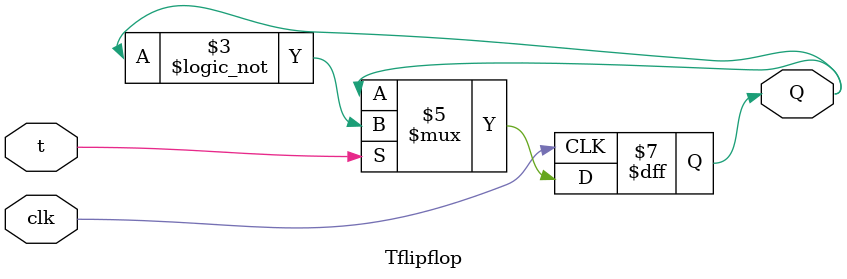
<source format=v>
module Tflipflop(t,clk,Q);
input t,clk;
output reg Q;
always@(posedge clk)
begin
if(t==1)
begin
Q <= !Q;
end
else 
begin
Q <= Q;
end
end
endmodule


</source>
